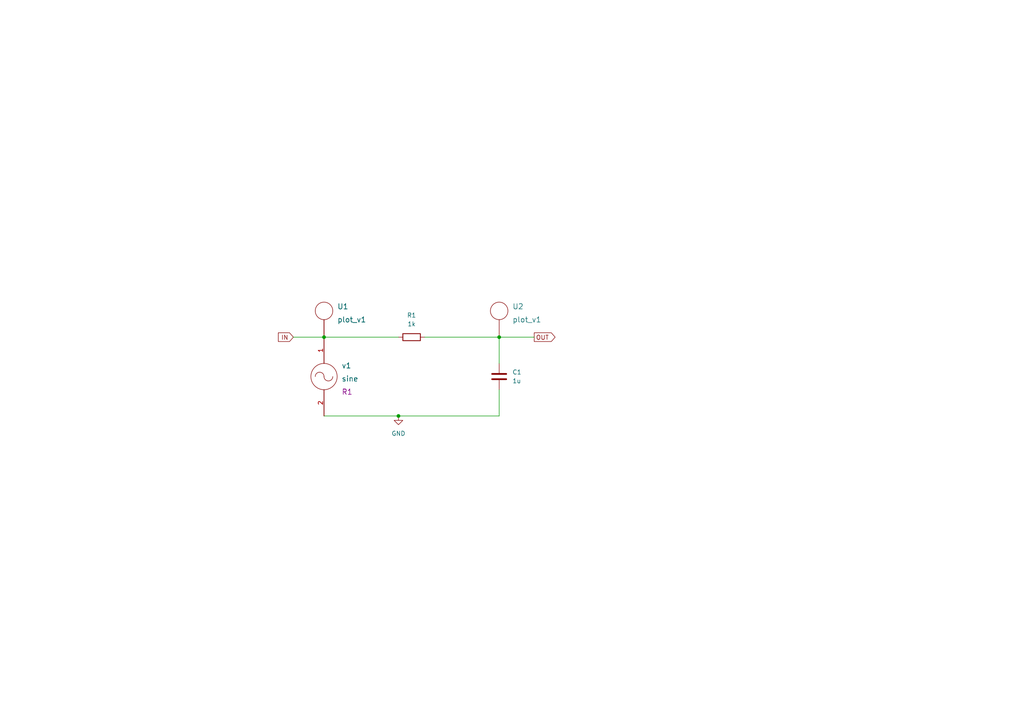
<source format=kicad_sch>
(kicad_sch (version 20211123) (generator eeschema)
  (paper "A4")
  (lib_symbols
    (symbol "eSim_Devices:capacitor" (pin_numbers hide) (pin_names (offset 0.254))
      (property "Reference" "C" (at 0.635 2.54 0))
      (property "Value" "capacitor" (at 0.635 -2.54 0))
      (symbol "capacitor_0_1"
        (polyline (pts (xy -2.032 -0.762) (xy 2.032 -0.762)) (stroke (width 0.508)))
        (polyline (pts (xy -2.032 0.762) (xy 2.032 0.762)) (stroke (width 0.508)))
      )
      (symbol "capacitor_1_1"
        (pin passive line (at 0 3.81 270) (length 2.794) (name "~") (number "1"))
        (pin passive line (at 0 -3.81 90) (length 2.794) (name "~") (number "2"))
      )
    )
    (symbol "eSim_Devices:resistor" (pin_numbers hide) (pin_names (offset 0))
      (property "Reference" "R" (at 1.27 3.302 0))
      (property "Value" "resistor" (at 1.27 -1.27 0))
      (symbol "resistor_0_1"
        (rectangle (start 3.81 0.254) (end -1.27 2.286) (stroke (width 0.254)))
      )
      (symbol "resistor_1_1"
        (pin passive line (at -2.54 1.27 0) (length 1.27) (name "~") (number "1"))
        (pin passive line (at 5.08 1.27 180) (length 1.27) (name "~") (number "2"))
      )
    )
    (symbol "eSim_Plot:plot_v1" (pin_names (offset 1.016))
      (property "Reference" "U" (at 0 12.7 0))
      (property "Value" "plot_v1" (at 5.08 8.89 0))
      (symbol "plot_v1_0_1"
        (circle (center 0 12.7) (radius 2.54))
      )
      (symbol "plot_v1_1_1"
        (pin input line (at 0 5.08 90) (length 5.08) (name "~") (number "~"))
      )
    )
    (symbol "eSim_Power:eSim_GND" (power) (pin_names (offset 0))
      (property "Value" "eSim_GND" (at 0 -3.81 0))
      (symbol "eSim_GND_0_1"
        (polyline (pts (xy 0 0) (xy 0 -1.27) (xy 1.27 -1.27) (xy 0 -2.54) (xy -1.27 -1.27) (xy 0 -1.27)))
      )
      (symbol "eSim_GND_1_1"
        (pin power_in line (at 0 0 270) (length 0) hide (name "GND") (number "1"))
      )
    )
    (symbol "eSim_Sources:sine" (pin_names (offset 1.016))
      (property "Reference" "v" (at -5.08 2.54 0))
      (property "Value" "sine" (at -5.08 -1.27 0))
      (property "Footprint" "R1" (at -7.62 0 0))
      (symbol "sine_0_1"
        (arc (start 0 0) (mid -1.27 1.27) (end -2.54 0))
        (arc (start 0 0) (mid 1.27 -1.27) (end 2.54 0))
        (circle (center 0 0) (radius 3.81))
      )
      (symbol "sine_1_1"
        (pin input line (at 0 11.43 270) (length 7.62) (name "+") (number "1"))
        (pin input line (at 0 -11.43 90) (length 7.62) (name "-") (number "2"))
      )
    )
  )
  (junction (at 115.57 120.65))
  (junction (at 93.98 97.79))
  (junction (at 144.78 97.79))
  (wire (pts (xy 144.78 120.65) (xy 115.57 120.65)))
  (wire (pts (xy 93.98 97.79) (xy 115.57 97.79)))
  (wire (pts (xy 144.78 97.79) (xy 154.94 97.79)))
  (wire (pts (xy 115.57 120.65) (xy 93.98 120.65)))
  (wire (pts (xy 144.78 113.03) (xy 144.78 120.65)))
  (wire (pts (xy 85.09 97.79) (xy 93.98 97.79)))
  (wire (pts (xy 123.19 97.79) (xy 144.78 97.79)))
  (wire (pts (xy 144.78 97.79) (xy 144.78 105.41)))
  (global_label "IN" (shape input) (at 85.09 97.79 180) (property "Intersheet References" "${INTERSHEET_REFS}" (effects hide)))
  (global_label "OUT" (shape output) (at 154.94 97.79 0) (property "Intersheet References" "${INTERSHEET_REFS}" (effects hide)))
  (symbol (lib_id "eSim_Plot:plot_v1") (at 144.78 102.87 0) (unit 1)
    (property "Reference" "U2" (at 148.59 88.9 0) (effects (font (size 1.524 1.524)) (justify left)))
    (property "Value" "plot_v1" (at 148.59 92.71 0) (effects (font (size 1.524 1.524)) (justify left)))
  )
  (symbol (lib_id "eSim_Plot:plot_v1") (at 93.98 102.87 0) (unit 1)
    (property "Reference" "U1" (at 97.79 88.9 0) (effects (font (size 1.524 1.524)) (justify left)))
    (property "Value" "plot_v1" (at 97.79 92.71 0) (effects (font (size 1.524 1.524)) (justify left)))
  )
  (symbol (lib_id "eSim_Devices:capacitor") (at 144.78 109.22 0) (unit 1)
    (property "Reference" "C1" (at 148.59 107.9499 0) (effects (justify left)))
    (property "Value" "1u" (at 148.59 110.4899 0) (effects (justify left)))
  )
  (symbol (lib_id "eSim_Sources:sine") (at 93.98 109.22 0) (unit 1)
    (property "Reference" "v1" (at 99.06 106.045 0) (effects (font (size 1.524 1.524)) (justify left)))
    (property "Value" "sine" (at 99.06 109.855 0) (effects (font (size 1.524 1.524)) (justify left)))
    (property "Footprint" "R1" (at 99.06 113.665 0) (effects (font (size 1.524 1.524)) (justify left)))
  )
  (symbol (lib_id "eSim_Devices:resistor") (at 118.11 99.06 0) (unit 1)
    (property "Reference" "R1" (at 119.38 91.44 0))
    (property "Value" "1k" (at 119.38 93.98 0))
  )
  (symbol (lib_id "eSim_Power:eSim_GND") (at 115.57 120.65 0) (unit 1)
    (property "Reference" "#PWR0101" (effects hide))
    (property "Value" "eSim_GND" (at 115.57 125.73 0))
  )
)
</source>
